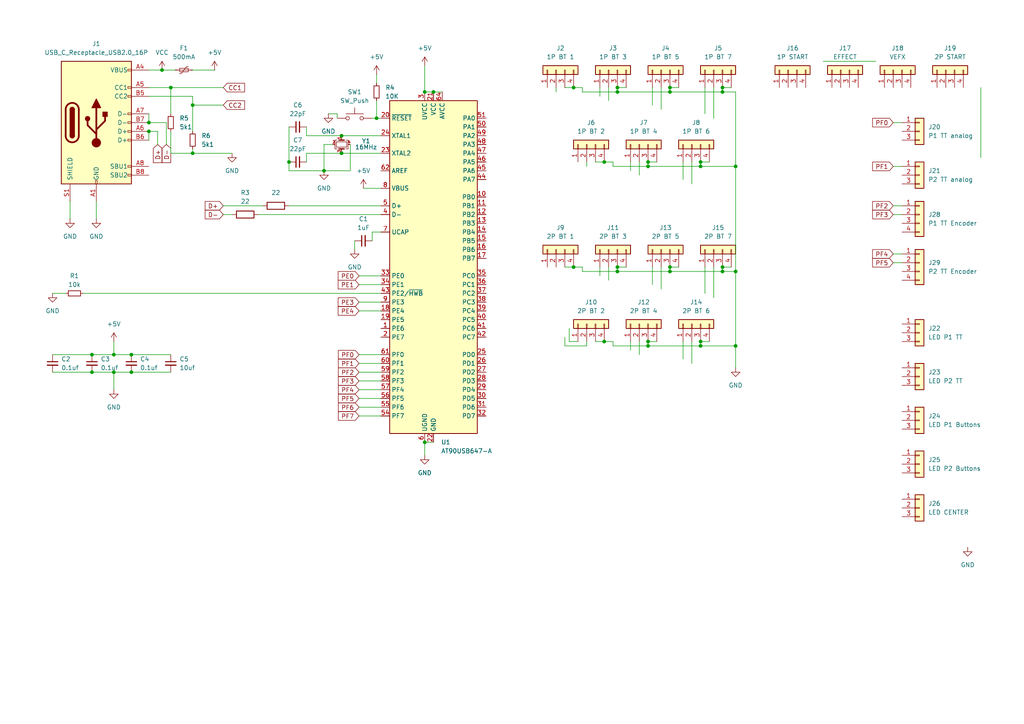
<source format=kicad_sch>
(kicad_sch (version 20231120) (generator "eeschema") (generator_version "8.0")
  (paper "A4")
  (lib_symbols
    (symbol "Connector:USB_C_Receptacle_USB2.0_16P" (pin_names (offset 1.016))
      (property "Reference" "J" (at 0 22.225 0))
      (property "Value" "USB_C_Receptacle_USB2.0_16P" (at 0 19.685 0))
      (symbol "USB_C_Receptacle_USB2.0_16P_0_0"
        (rectangle (start -0.254 -17.78) (end 0.254 -16.764))
        (rectangle (start 10.16 -14.986) (end 9.144 -15.494))
        (rectangle (start 10.16 -12.446) (end 9.144 -12.954))
        (rectangle (start 10.16 -4.826) (end 9.144 -5.334))
        (rectangle (start 10.16 -2.286) (end 9.144 -2.794))
        (rectangle (start 10.16 0.254) (end 9.144 -0.254))
        (rectangle (start 10.16 2.794) (end 9.144 2.286))
        (rectangle (start 10.16 7.874) (end 9.144 7.366))
        (rectangle (start 10.16 10.414) (end 9.144 9.906))
        (rectangle (start 10.16 15.494) (end 9.144 14.986))
      )
      (symbol "USB_C_Receptacle_USB2.0_16P_0_1"
        (rectangle (start -10.16 17.78) (end 10.16 -17.78) (stroke (width 0.254)) (fill (type background)))
        (arc (start -8.89 -3.81) (mid -6.985 -5.7067) (end -5.08 -3.81) (stroke (width 0.508)))
        (arc (start -7.62 -3.81) (mid -6.985 -4.4423) (end -6.35 -3.81) (stroke (width 0.254)))
        (arc (start -7.62 -3.81) (mid -6.985 -4.4423) (end -6.35 -3.81) (stroke (width 0.254)) (fill (type outline)))
        (rectangle (start -7.62 -3.81) (end -6.35 3.81) (stroke (width 0.254)) (fill (type outline)))
        (arc (start -6.35 3.81) (mid -6.985 4.4423) (end -7.62 3.81) (stroke (width 0.254)))
        (arc (start -6.35 3.81) (mid -6.985 4.4423) (end -7.62 3.81) (stroke (width 0.254)) (fill (type outline)))
        (arc (start -5.08 3.81) (mid -6.985 5.7067) (end -8.89 3.81) (stroke (width 0.508)))
        (circle (center -2.54 1.143) (radius 0.635) (stroke (width 0.254)) (fill (type outline)))
        (circle (center 0 -5.842) (radius 1.27) (fill (type outline)))
        (polyline (pts (xy -8.89 -3.81) (xy -8.89 3.81)) (stroke (width 0.508)))
        (polyline (pts (xy -5.08 3.81) (xy -5.08 -3.81)) (stroke (width 0.508)))
        (polyline (pts (xy 0 -5.842) (xy 0 4.318)) (stroke (width 0.508)))
        (polyline (pts (xy 0 -3.302) (xy -2.54 -0.762) (xy -2.54 0.508)) (stroke (width 0.508)))
        (polyline (pts (xy 0 -2.032) (xy 2.54 0.508) (xy 2.54 1.778)) (stroke (width 0.508)))
        (polyline (pts (xy -1.27 4.318) (xy 0 6.858) (xy 1.27 4.318) (xy -1.27 4.318)) (stroke (width 0.254)) (fill (type outline)))
        (rectangle (start 1.905 1.778) (end 3.175 3.048) (stroke (width 0.254)) (fill (type outline)))
      )
      (symbol "USB_C_Receptacle_USB2.0_16P_1_1"
        (pin passive line (at 0 -22.86 90) (length 5.08) (name "GND") (number "A1"))
        (pin passive line (at 0 -22.86 90) (length 5.08) hide (name "GND") (number "A12"))
        (pin passive line (at 15.24 15.24 180) (length 5.08) (name "VBUS") (number "A4"))
        (pin bidirectional line (at 15.24 10.16 180) (length 5.08) (name "CC1") (number "A5"))
        (pin bidirectional line (at 15.24 -2.54 180) (length 5.08) (name "D+") (number "A6"))
        (pin bidirectional line (at 15.24 2.54 180) (length 5.08) (name "D-") (number "A7"))
        (pin bidirectional line (at 15.24 -12.7 180) (length 5.08) (name "SBU1") (number "A8"))
        (pin passive line (at 15.24 15.24 180) (length 5.08) hide (name "VBUS") (number "A9"))
        (pin passive line (at 0 -22.86 90) (length 5.08) hide (name "GND") (number "B1"))
        (pin passive line (at 0 -22.86 90) (length 5.08) hide (name "GND") (number "B12"))
        (pin passive line (at 15.24 15.24 180) (length 5.08) hide (name "VBUS") (number "B4"))
        (pin bidirectional line (at 15.24 7.62 180) (length 5.08) (name "CC2") (number "B5"))
        (pin bidirectional line (at 15.24 -5.08 180) (length 5.08) (name "D+") (number "B6"))
        (pin bidirectional line (at 15.24 0 180) (length 5.08) (name "D-") (number "B7"))
        (pin bidirectional line (at 15.24 -15.24 180) (length 5.08) (name "SBU2") (number "B8"))
        (pin passive line (at 15.24 15.24 180) (length 5.08) hide (name "VBUS") (number "B9"))
        (pin passive line (at -7.62 -22.86 90) (length 5.08) (name "SHIELD") (number "S1"))
      )
    )
    (symbol "Connector_Generic:Conn_01x03" (pin_names (offset 1.016) hide)
      (property "Reference" "J" (at 0 5.08 0))
      (property "Value" "Conn_01x03" (at 0 -5.08 0))
      (symbol "Conn_01x03_1_1"
        (rectangle (start -1.27 -2.413) (end 0 -2.667) (stroke (width 0.1524)))
        (rectangle (start -1.27 0.127) (end 0 -0.127) (stroke (width 0.1524)))
        (rectangle (start -1.27 2.667) (end 0 2.413) (stroke (width 0.1524)))
        (rectangle (start -1.27 3.81) (end 1.27 -3.81) (stroke (width 0.254)) (fill (type background)))
        (pin passive line (at -5.08 2.54 0) (length 3.81) (name "Pin_1") (number "1"))
        (pin passive line (at -5.08 0 0) (length 3.81) (name "Pin_2") (number "2"))
        (pin passive line (at -5.08 -2.54 0) (length 3.81) (name "Pin_3") (number "3"))
      )
    )
    (symbol "Connector_Generic:Conn_01x04" (pin_names (offset 1.016) hide)
      (property "Reference" "J" (at 0 5.08 0))
      (property "Value" "Conn_01x04" (at 0 -7.62 0))
      (symbol "Conn_01x04_1_1"
        (rectangle (start -1.27 -4.953) (end 0 -5.207) (stroke (width 0.1524)))
        (rectangle (start -1.27 -2.413) (end 0 -2.667) (stroke (width 0.1524)))
        (rectangle (start -1.27 0.127) (end 0 -0.127) (stroke (width 0.1524)))
        (rectangle (start -1.27 2.667) (end 0 2.413) (stroke (width 0.1524)))
        (rectangle (start -1.27 3.81) (end 1.27 -6.35) (stroke (width 0.254)) (fill (type background)))
        (pin passive line (at -5.08 2.54 0) (length 3.81) (name "Pin_1") (number "1"))
        (pin passive line (at -5.08 0 0) (length 3.81) (name "Pin_2") (number "2"))
        (pin passive line (at -5.08 -2.54 0) (length 3.81) (name "Pin_3") (number "3"))
        (pin passive line (at -5.08 -5.08 0) (length 3.81) (name "Pin_4") (number "4"))
      )
    )
    (symbol "Device:C_Small" (pin_numbers hide) (pin_names (offset 0.254) hide)
      (property "Reference" "C" (at 0.254 1.778 0))
      (property "Value" "C_Small" (at 0.254 -2.032 0))
      (symbol "C_Small_0_1"
        (polyline (pts (xy -1.524 -0.508) (xy 1.524 -0.508)) (stroke (width 0.3302)))
        (polyline (pts (xy -1.524 0.508) (xy 1.524 0.508)) (stroke (width 0.3048)))
      )
      (symbol "C_Small_1_1"
        (pin passive line (at 0 2.54 270) (length 2.032) (name "~") (number "1"))
        (pin passive line (at 0 -2.54 90) (length 2.032) (name "~") (number "2"))
      )
    )
    (symbol "Device:Crystal_GND24_Small" (pin_names (offset 1.016) hide)
      (property "Reference" "Y" (at 1.27 4.445 0))
      (property "Value" "Crystal_GND24_Small" (at 1.27 2.54 0))
      (symbol "Crystal_GND24_Small_0_1"
        (rectangle (start -0.762 -1.524) (end 0.762 1.524))
        (polyline (pts (xy -1.27 -0.762) (xy -1.27 0.762)) (stroke (width 0.381)))
        (polyline (pts (xy 1.27 -0.762) (xy 1.27 0.762)) (stroke (width 0.381)))
        (polyline (pts (xy -1.27 -1.27) (xy -1.27 -1.905) (xy 1.27 -1.905) (xy 1.27 -1.27)))
        (polyline (pts (xy -1.27 1.27) (xy -1.27 1.905) (xy 1.27 1.905) (xy 1.27 1.27)))
      )
      (symbol "Crystal_GND24_Small_1_1"
        (pin passive line (at -2.54 0 0) (length 1.27) (name "1") (number "1"))
        (pin passive line (at 0 -2.54 90) (length 0.635) (name "2") (number "2"))
        (pin passive line (at 2.54 0 180) (length 1.27) (name "3") (number "3"))
        (pin passive line (at 0 2.54 270) (length 0.635) (name "4") (number "4"))
      )
    )
    (symbol "Device:Polyfuse_Small" (pin_numbers hide) (pin_names (offset 0))
      (property "Reference" "F" (at -1.905 0 90))
      (property "Value" "Polyfuse_Small" (at 1.905 0 90))
      (symbol "Polyfuse_Small_0_1"
        (rectangle (start -0.508 1.27) (end 0.508 -1.27))
        (polyline (pts (xy 0 2.54) (xy 0 -2.54)))
        (polyline (pts (xy -1.016 1.27) (xy -1.016 0.762) (xy 1.016 -0.762) (xy 1.016 -1.27)))
      )
      (symbol "Polyfuse_Small_1_1"
        (pin passive line (at 0 2.54 270) (length 0.635) (name "~") (number "1"))
        (pin passive line (at 0 -2.54 90) (length 0.635) (name "~") (number "2"))
      )
    )
    (symbol "Device:R" (pin_numbers hide) (pin_names (offset 0))
      (property "Reference" "R" (at 2.032 0 90))
      (property "Value" "R" (at 0 0 90))
      (symbol "R_0_1"
        (rectangle (start -1.016 -2.54) (end 1.016 2.54) (stroke (width 0.254)))
      )
      (symbol "R_1_1"
        (pin passive line (at 0 3.81 270) (length 1.27) (name "~") (number "1"))
        (pin passive line (at 0 -3.81 90) (length 1.27) (name "~") (number "2"))
      )
    )
    (symbol "Device:R_Small" (pin_numbers hide) (pin_names (offset 0.254) hide)
      (property "Reference" "R" (at 0.762 0.508 0))
      (property "Value" "R_Small" (at 0.762 -1.016 0))
      (symbol "R_Small_0_1"
        (rectangle (start -0.762 1.778) (end 0.762 -1.778) (stroke (width 0.2032)))
      )
      (symbol "R_Small_1_1"
        (pin passive line (at 0 2.54 270) (length 0.762) (name "~") (number "1"))
        (pin passive line (at 0 -2.54 90) (length 0.762) (name "~") (number "2"))
      )
    )
    (symbol "MCU_Microchip_AVR:AT90USB647-A"
      (property "Reference" "U" (at -12.7 49.53 0))
      (property "Value" "AT90USB647-A" (at 2.54 -49.53 0))
      (symbol "AT90USB647-A_0_1"
        (rectangle (start -12.7 -48.26) (end 12.7 48.26) (stroke (width 0.254)) (fill (type background)))
      )
      (symbol "AT90USB647-A_1_1"
        (pin bidirectional line (at -15.24 -17.78 0) (length 2.54) (name "PE6") (number "1"))
        (pin bidirectional line (at 15.24 20.32 180) (length 2.54) (name "PB0") (number "10"))
        (pin bidirectional line (at 15.24 17.78 180) (length 2.54) (name "PB1") (number "11"))
        (pin bidirectional line (at 15.24 15.24 180) (length 2.54) (name "PB2") (number "12"))
        (pin bidirectional line (at 15.24 12.7 180) (length 2.54) (name "PB3") (number "13"))
        (pin bidirectional line (at 15.24 10.16 180) (length 2.54) (name "PB4") (number "14"))
        (pin bidirectional line (at 15.24 7.62 180) (length 2.54) (name "PB5") (number "15"))
        (pin bidirectional line (at 15.24 5.08 180) (length 2.54) (name "PB6") (number "16"))
        (pin bidirectional line (at 15.24 2.54 180) (length 2.54) (name "PB7") (number "17"))
        (pin bidirectional line (at -15.24 -12.7 0) (length 2.54) (name "PE4") (number "18"))
        (pin bidirectional line (at -15.24 -15.24 0) (length 2.54) (name "PE5") (number "19"))
        (pin bidirectional line (at -15.24 -20.32 0) (length 2.54) (name "PE7") (number "2"))
        (pin input line (at -15.24 43.18 0) (length 2.54) (name "~{RESET}") (number "20"))
        (pin power_in line (at 0 50.8 270) (length 2.54) (name "VCC") (number "21"))
        (pin power_in line (at 0 -50.8 90) (length 2.54) (name "GND") (number "22"))
        (pin output line (at -15.24 33.02 0) (length 2.54) (name "XTAL2") (number "23"))
        (pin input line (at -15.24 38.1 0) (length 2.54) (name "XTAL1") (number "24"))
        (pin bidirectional line (at 15.24 -25.4 180) (length 2.54) (name "PD0") (number "25"))
        (pin bidirectional line (at 15.24 -27.94 180) (length 2.54) (name "PD1") (number "26"))
        (pin bidirectional line (at 15.24 -30.48 180) (length 2.54) (name "PD2") (number "27"))
        (pin bidirectional line (at 15.24 -33.02 180) (length 2.54) (name "PD3") (number "28"))
        (pin bidirectional line (at 15.24 -35.56 180) (length 2.54) (name "PD4") (number "29"))
        (pin power_in line (at -2.54 50.8 270) (length 2.54) (name "UVCC") (number "3"))
        (pin bidirectional line (at 15.24 -38.1 180) (length 2.54) (name "PD5") (number "30"))
        (pin bidirectional line (at 15.24 -40.64 180) (length 2.54) (name "PD6") (number "31"))
        (pin bidirectional line (at 15.24 -43.18 180) (length 2.54) (name "PD7") (number "32"))
        (pin bidirectional line (at -15.24 -2.54 0) (length 2.54) (name "PE0") (number "33"))
        (pin bidirectional line (at -15.24 -5.08 0) (length 2.54) (name "PE1") (number "34"))
        (pin bidirectional line (at 15.24 -2.54 180) (length 2.54) (name "PC0") (number "35"))
        (pin bidirectional line (at 15.24 -5.08 180) (length 2.54) (name "PC1") (number "36"))
        (pin bidirectional line (at 15.24 -7.62 180) (length 2.54) (name "PC2") (number "37"))
        (pin bidirectional line (at 15.24 -10.16 180) (length 2.54) (name "PC3") (number "38"))
        (pin bidirectional line (at 15.24 -12.7 180) (length 2.54) (name "PC4") (number "39"))
        (pin bidirectional line (at -15.24 15.24 0) (length 2.54) (name "D-") (number "4"))
        (pin bidirectional line (at 15.24 -15.24 180) (length 2.54) (name "PC5") (number "40"))
        (pin bidirectional line (at 15.24 -17.78 180) (length 2.54) (name "PC6") (number "41"))
        (pin bidirectional line (at 15.24 -20.32 180) (length 2.54) (name "PC7") (number "42"))
        (pin bidirectional line (at -15.24 -7.62 0) (length 2.54) (name "PE2/~{HWB}") (number "43"))
        (pin bidirectional line (at 15.24 25.4 180) (length 2.54) (name "PA7") (number "44"))
        (pin bidirectional line (at 15.24 27.94 180) (length 2.54) (name "PA6") (number "45"))
        (pin bidirectional line (at 15.24 30.48 180) (length 2.54) (name "PA5") (number "46"))
        (pin bidirectional line (at 15.24 33.02 180) (length 2.54) (name "PA4") (number "47"))
        (pin bidirectional line (at 15.24 35.56 180) (length 2.54) (name "PA3") (number "48"))
        (pin bidirectional line (at 15.24 38.1 180) (length 2.54) (name "PA2") (number "49"))
        (pin bidirectional line (at -15.24 17.78 0) (length 2.54) (name "D+") (number "5"))
        (pin bidirectional line (at 15.24 40.64 180) (length 2.54) (name "PA1") (number "50"))
        (pin bidirectional line (at 15.24 43.18 180) (length 2.54) (name "PA0") (number "51"))
        (pin passive line (at 0 50.8 270) (length 2.54) hide (name "VCC") (number "52"))
        (pin passive line (at 0 -50.8 90) (length 2.54) hide (name "GND") (number "53"))
        (pin bidirectional line (at -15.24 -43.18 0) (length 2.54) (name "PF7") (number "54"))
        (pin bidirectional line (at -15.24 -40.64 0) (length 2.54) (name "PF6") (number "55"))
        (pin bidirectional line (at -15.24 -38.1 0) (length 2.54) (name "PF5") (number "56"))
        (pin bidirectional line (at -15.24 -35.56 0) (length 2.54) (name "PF4") (number "57"))
        (pin bidirectional line (at -15.24 -33.02 0) (length 2.54) (name "PF3") (number "58"))
        (pin bidirectional line (at -15.24 -30.48 0) (length 2.54) (name "PF2") (number "59"))
        (pin power_in line (at -2.54 -50.8 90) (length 2.54) (name "UGND") (number "6"))
        (pin bidirectional line (at -15.24 -27.94 0) (length 2.54) (name "PF1") (number "60"))
        (pin bidirectional line (at -15.24 -25.4 0) (length 2.54) (name "PF0") (number "61"))
        (pin passive line (at -15.24 27.94 0) (length 2.54) (name "AREF") (number "62"))
        (pin passive line (at 0 -50.8 90) (length 2.54) hide (name "GND") (number "63"))
        (pin power_in line (at 2.54 50.8 270) (length 2.54) (name "AVCC") (number "64"))
        (pin passive line (at -15.24 10.16 0) (length 2.54) (name "UCAP") (number "7"))
        (pin input line (at -15.24 22.86 0) (length 2.54) (name "VBUS") (number "8"))
        (pin bidirectional line (at -15.24 -10.16 0) (length 2.54) (name "PE3") (number "9"))
      )
    )
    (symbol "Switch:SW_Push" (pin_numbers hide) (pin_names (offset 1.016) hide)
      (property "Reference" "SW" (at 1.27 2.54 0))
      (property "Value" "SW_Push" (at 0 -1.524 0))
      (symbol "SW_Push_0_1"
        (circle (center -2.032 0) (radius 0.508))
        (polyline (pts (xy 0 1.27) (xy 0 3.048)))
        (polyline (pts (xy 2.54 1.27) (xy -2.54 1.27)))
        (circle (center 2.032 0) (radius 0.508))
        (pin passive line (at -5.08 0 0) (length 2.54) (name "1") (number "1"))
        (pin passive line (at 5.08 0 180) (length 2.54) (name "2") (number "2"))
      )
    )
    (symbol "power:+5V" (power) (pin_numbers hide) (pin_names (offset 0) hide)
      (property "Value" "+5V" (at 0 3.556 0))
      (symbol "+5V_0_1"
        (polyline (pts (xy -0.762 1.27) (xy 0 2.54)))
        (polyline (pts (xy 0 0) (xy 0 2.54)))
        (polyline (pts (xy 0 2.54) (xy 0.762 1.27)))
      )
      (symbol "+5V_1_1"
        (pin power_in line (at 0 0 90) (length 0) (name "~") (number "1"))
      )
    )
    (symbol "power:GND" (power) (pin_numbers hide) (pin_names (offset 0) hide)
      (property "Value" "GND" (at 0 -3.81 0))
      (symbol "GND_0_1"
        (polyline (pts (xy 0 0) (xy 0 -1.27) (xy 1.27 -1.27) (xy 0 -2.54) (xy -1.27 -1.27) (xy 0 -1.27)))
      )
      (symbol "GND_1_1"
        (pin power_in line (at 0 0 270) (length 0) (name "~") (number "1"))
      )
    )
    (symbol "power:VCC" (power) (pin_numbers hide) (pin_names (offset 0) hide)
      (property "Value" "VCC" (at 0 3.556 0))
      (symbol "VCC_0_1"
        (polyline (pts (xy -0.762 1.27) (xy 0 2.54)))
        (polyline (pts (xy 0 0) (xy 0 2.54)))
        (polyline (pts (xy 0 2.54) (xy 0.762 1.27)))
      )
      (symbol "VCC_1_1"
        (pin power_in line (at 0 0 90) (length 0) (name "~") (number "1"))
      )
    )
  )
  (junction (at 203.2 99.06))
  (junction (at 99.06 39.37))
  (junction (at 43.18 38.1))
  (junction (at 187.96 48.26))
  (junction (at 209.55 78.74))
  (junction (at 213.36 78.74))
  (junction (at 55.88 44.45))
  (junction (at 175.26 99.06))
  (junction (at 209.55 77.47))
  (junction (at 83.82 46.99))
  (junction (at 203.2 100.33))
  (junction (at 125.73 26.67))
  (junction (at 123.19 26.67))
  (junction (at 26.67 102.87))
  (junction (at 194.31 77.47))
  (junction (at 166.37 77.47))
  (junction (at 209.55 26.67))
  (junction (at 179.07 78.74))
  (junction (at 213.36 100.33))
  (junction (at 99.06 44.45))
  (junction (at 46.99 20.32))
  (junction (at 33.02 107.95))
  (junction (at 179.07 77.47))
  (junction (at 109.22 34.29))
  (junction (at 55.88 30.48))
  (junction (at 33.02 102.87))
  (junction (at 49.53 25.4))
  (junction (at 179.07 26.67))
  (junction (at 43.18 35.56))
  (junction (at 166.37 25.4))
  (junction (at 213.36 48.26))
  (junction (at 203.2 46.99))
  (junction (at 194.31 26.67))
  (junction (at 194.31 25.4))
  (junction (at 187.96 46.99))
  (junction (at 26.67 107.95))
  (junction (at 123.19 128.27))
  (junction (at 175.26 46.99))
  (junction (at 179.07 25.4))
  (junction (at 187.96 100.33))
  (junction (at 209.55 25.4))
  (junction (at 93.98 49.53))
  (junction (at 38.1 107.95))
  (junction (at 203.2 48.26))
  (junction (at 187.96 99.06))
  (junction (at 194.31 78.74))
  (junction (at 38.1 102.87))
  (wire (pts (xy 99.06 44.45) (xy 88.9 44.45)))
  (wire (pts (xy 165.1 99.06) (xy 167.64 99.06)))
  (wire (pts (xy 177.8 48.26) (xy 187.96 48.26)))
  (wire (pts (xy 109.22 29.21) (xy 109.22 34.29)))
  (wire (pts (xy 64.77 59.69) (xy 76.2 59.69)))
  (wire (pts (xy 161.29 26.67) (xy 161.29 25.4)))
  (wire (pts (xy 55.88 30.48) (xy 55.88 38.1)))
  (wire (pts (xy 55.88 30.48) (xy 64.77 30.48)))
  (wire (pts (xy 104.14 107.95) (xy 110.49 107.95)))
  (wire (pts (xy 204.47 85.09) (xy 204.47 77.47)))
  (wire (pts (xy 179.07 77.47) (xy 181.61 77.47)))
  (wire (pts (xy 189.23 30.48) (xy 189.23 25.4)))
  (wire (pts (xy 187.96 99.06) (xy 187.96 100.33)))
  (wire (pts (xy 83.82 49.53) (xy 93.98 49.53)))
  (wire (pts (xy 109.22 21.59) (xy 109.22 24.13)))
  (wire (pts (xy 203.2 46.99) (xy 205.74 46.99)))
  (wire (pts (xy 64.77 62.23) (xy 67.31 62.23)))
  (wire (pts (xy 187.96 99.06) (xy 190.5 99.06)))
  (wire (pts (xy 209.55 77.47) (xy 212.09 77.47)))
  (wire (pts (xy 179.07 25.4) (xy 179.07 26.67)))
  (wire (pts (xy 55.88 43.18) (xy 55.88 44.45)))
  (wire (pts (xy 49.53 38.1) (xy 49.53 44.45)))
  (wire (pts (xy 259.08 48.26) (xy 261.62 48.26)))
  (wire (pts (xy 200.66 105.41) (xy 200.66 99.06)))
  (wire (pts (xy 99.06 39.37) (xy 110.49 39.37)))
  (wire (pts (xy 194.31 25.4) (xy 194.31 26.67)))
  (wire (pts (xy 198.12 52.07) (xy 198.12 46.99)))
  (wire (pts (xy 104.14 110.49) (xy 110.49 110.49)))
  (wire (pts (xy 194.31 25.4) (xy 196.85 25.4)))
  (wire (pts (xy 123.19 128.27) (xy 123.19 132.08)))
  (wire (pts (xy 107.95 34.29) (xy 109.22 34.29)))
  (wire (pts (xy 123.19 26.67) (xy 125.73 26.67)))
  (wire (pts (xy 194.31 26.67) (xy 209.55 26.67)))
  (wire (pts (xy 110.49 67.31) (xy 107.95 67.31)))
  (wire (pts (xy 200.66 53.34) (xy 200.66 46.99)))
  (wire (pts (xy 213.36 78.74) (xy 213.36 100.33)))
  (wire (pts (xy 55.88 20.32) (xy 62.23 20.32)))
  (wire (pts (xy 175.26 46.99) (xy 177.8 46.99)))
  (wire (pts (xy 176.53 81.28) (xy 176.53 77.47)))
  (wire (pts (xy 204.47 33.02) (xy 204.47 25.4)))
  (wire (pts (xy 55.88 44.45) (xy 67.31 44.45)))
  (wire (pts (xy 43.18 27.94) (xy 55.88 27.94)))
  (wire (pts (xy 203.2 99.06) (xy 205.74 99.06)))
  (wire (pts (xy 104.14 120.65) (xy 110.49 120.65)))
  (wire (pts (xy 179.07 78.74) (xy 194.31 78.74)))
  (wire (pts (xy 165.1 95.25) (xy 165.1 99.06)))
  (wire (pts (xy 83.82 46.99) (xy 83.82 49.53)))
  (wire (pts (xy 209.55 25.4) (xy 209.55 26.67)))
  (wire (pts (xy 123.19 19.05) (xy 123.19 26.67)))
  (wire (pts (xy 185.42 102.87) (xy 185.42 99.06)))
  (wire (pts (xy 88.9 39.37) (xy 88.9 36.83)))
  (wire (pts (xy 43.18 35.56) (xy 48.26 35.56)))
  (wire (pts (xy 33.02 99.06) (xy 33.02 102.87)))
  (wire (pts (xy 163.83 77.47) (xy 166.37 77.47)))
  (wire (pts (xy 166.37 77.47) (xy 168.91 77.47)))
  (wire (pts (xy 48.26 35.56) (xy 48.26 41.91)))
  (wire (pts (xy 15.24 107.95) (xy 26.67 107.95)))
  (wire (pts (xy 163.83 100.33) (xy 170.18 100.33)))
  (wire (pts (xy 46.99 20.32) (xy 50.8 20.32)))
  (wire (pts (xy 259.08 76.2) (xy 261.62 76.2)))
  (wire (pts (xy 179.07 25.4) (xy 181.61 25.4)))
  (wire (pts (xy 33.02 107.95) (xy 33.02 113.03)))
  (wire (pts (xy 168.91 25.4) (xy 168.91 26.67)))
  (wire (pts (xy 179.07 26.67) (xy 194.31 26.67)))
  (wire (pts (xy 83.82 36.83) (xy 83.82 46.99)))
  (wire (pts (xy 38.1 102.87) (xy 49.53 102.87)))
  (wire (pts (xy 33.02 102.87) (xy 38.1 102.87)))
  (wire (pts (xy 175.26 99.06) (xy 177.8 99.06)))
  (wire (pts (xy 168.91 78.74) (xy 179.07 78.74)))
  (wire (pts (xy 170.18 99.06) (xy 170.18 100.33)))
  (wire (pts (xy 99.06 39.37) (xy 88.9 39.37)))
  (wire (pts (xy 172.72 99.06) (xy 175.26 99.06)))
  (wire (pts (xy 209.55 26.67) (xy 213.36 26.67)))
  (wire (pts (xy 15.24 85.09) (xy 19.05 85.09)))
  (wire (pts (xy 177.8 99.06) (xy 177.8 100.33)))
  (wire (pts (xy 213.36 48.26) (xy 213.36 78.74)))
  (wire (pts (xy 104.14 105.41) (xy 110.49 105.41)))
  (wire (pts (xy 102.87 69.85) (xy 102.87 72.39)))
  (wire (pts (xy 209.55 77.47) (xy 209.55 78.74)))
  (wire (pts (xy 45.72 38.1) (xy 45.72 41.91)))
  (wire (pts (xy 49.53 25.4) (xy 49.53 33.02)))
  (wire (pts (xy 284.48 25.4) (xy 284.48 45.72)))
  (wire (pts (xy 33.02 102.87) (xy 26.67 102.87)))
  (wire (pts (xy 43.18 33.02) (xy 43.18 35.56)))
  (wire (pts (xy 209.55 25.4) (xy 212.09 25.4)))
  (wire (pts (xy 109.22 34.29) (xy 110.49 34.29)))
  (wire (pts (xy 259.08 59.69) (xy 261.62 59.69)))
  (wire (pts (xy 27.94 58.42) (xy 27.94 63.5)))
  (wire (pts (xy 104.14 118.11) (xy 110.49 118.11)))
  (wire (pts (xy 194.31 78.74) (xy 209.55 78.74)))
  (wire (pts (xy 83.82 59.69) (xy 110.49 59.69)))
  (wire (pts (xy 213.36 26.67) (xy 213.36 48.26)))
  (wire (pts (xy 163.83 25.4) (xy 166.37 25.4)))
  (wire (pts (xy 26.67 102.87) (xy 15.24 102.87)))
  (wire (pts (xy 259.08 35.56) (xy 261.62 35.56)))
  (wire (pts (xy 163.83 97.79) (xy 163.83 100.33)))
  (wire (pts (xy 96.52 41.91) (xy 93.98 41.91)))
  (wire (pts (xy 177.8 46.99) (xy 177.8 48.26)))
  (wire (pts (xy 189.23 82.55) (xy 189.23 77.47)))
  (wire (pts (xy 104.14 87.63) (xy 110.49 87.63)))
  (wire (pts (xy 173.99 77.47) (xy 173.99 80.01)))
  (wire (pts (xy 207.01 34.29) (xy 207.01 25.4)))
  (wire (pts (xy 33.02 107.95) (xy 38.1 107.95)))
  (wire (pts (xy 107.95 67.31) (xy 107.95 69.85)))
  (wire (pts (xy 172.72 46.99) (xy 175.26 46.99)))
  (wire (pts (xy 198.12 104.14) (xy 198.12 99.06)))
  (wire (pts (xy 104.14 82.55) (xy 110.49 82.55)))
  (wire (pts (xy 191.77 83.82) (xy 191.77 77.47)))
  (wire (pts (xy 55.88 27.94) (xy 55.88 30.48)))
  (wire (pts (xy 43.18 38.1) (xy 45.72 38.1)))
  (wire (pts (xy 38.1 107.95) (xy 49.53 107.95)))
  (wire (pts (xy 259.08 73.66) (xy 261.62 73.66)))
  (wire (pts (xy 88.9 44.45) (xy 88.9 46.99)))
  (wire (pts (xy 209.55 78.74) (xy 213.36 78.74)))
  (wire (pts (xy 259.08 62.23) (xy 261.62 62.23)))
  (wire (pts (xy 104.14 115.57) (xy 110.49 115.57)))
  (wire (pts (xy 203.2 48.26) (xy 213.36 48.26)))
  (wire (pts (xy 168.91 77.47) (xy 168.91 78.74)))
  (wire (pts (xy 170.18 48.26) (xy 170.18 46.99)))
  (wire (pts (xy 49.53 25.4) (xy 64.77 25.4)))
  (wire (pts (xy 168.91 26.67) (xy 179.07 26.67)))
  (wire (pts (xy 182.88 49.53) (xy 182.88 46.99)))
  (wire (pts (xy 166.37 25.4) (xy 168.91 25.4)))
  (wire (pts (xy 101.6 41.91) (xy 101.6 49.53)))
  (wire (pts (xy 207.01 86.36) (xy 207.01 77.47)))
  (wire (pts (xy 182.88 101.6) (xy 182.88 99.06)))
  (wire (pts (xy 26.67 107.95) (xy 33.02 107.95)))
  (wire (pts (xy 104.14 90.17) (xy 110.49 90.17)))
  (wire (pts (xy 213.36 100.33) (xy 213.36 106.68)))
  (wire (pts (xy 176.53 29.21) (xy 176.53 25.4)))
  (wire (pts (xy 187.96 46.99) (xy 190.5 46.99)))
  (wire (pts (xy 43.18 20.32) (xy 46.99 20.32)))
  (wire (pts (xy 194.31 77.47) (xy 196.85 77.47)))
  (wire (pts (xy 97.79 34.29) (xy 97.79 33.02)))
  (wire (pts (xy 93.98 41.91) (xy 93.98 49.53)))
  (wire (pts (xy 203.2 99.06) (xy 203.2 100.33)))
  (wire (pts (xy 173.99 27.94) (xy 173.99 25.4)))
  (wire (pts (xy 20.32 58.42) (xy 20.32 63.5)))
  (wire (pts (xy 104.14 80.01) (xy 110.49 80.01)))
  (wire (pts (xy 191.77 31.75) (xy 191.77 25.4)))
  (wire (pts (xy 238.76 17.78) (xy 254 17.78)))
  (wire (pts (xy 74.93 62.23) (xy 110.49 62.23)))
  (wire (pts (xy 43.18 25.4) (xy 49.53 25.4)))
  (wire (pts (xy 24.13 85.09) (xy 110.49 85.09)))
  (wire (pts (xy 101.6 49.53) (xy 93.98 49.53)))
  (wire (pts (xy 203.2 46.99) (xy 203.2 48.26)))
  (wire (pts (xy 185.42 46.99) (xy 185.42 50.8)))
  (wire (pts (xy 43.18 38.1) (xy 43.18 40.64)))
  (wire (pts (xy 105.41 54.61) (xy 110.49 54.61)))
  (wire (pts (xy 49.53 44.45) (xy 55.88 44.45)))
  (wire (pts (xy 99.06 44.45) (xy 110.49 44.45)))
  (wire (pts (xy 125.73 26.67) (xy 128.27 26.67)))
  (wire (pts (xy 194.31 77.47) (xy 194.31 78.74)))
  (wire (pts (xy 104.14 113.03) (xy 110.49 113.03)))
  (wire (pts (xy 179.07 77.47) (xy 179.07 78.74)))
  (wire (pts (xy 123.19 128.27) (xy 125.73 128.27)))
  (wire (pts (xy 177.8 100.33) (xy 187.96 100.33)))
  (wire (pts (xy 187.96 48.26) (xy 203.2 48.26)))
  (wire (pts (xy 203.2 100.33) (xy 213.36 100.33)))
  (wire (pts (xy 104.14 102.87) (xy 110.49 102.87)))
  (wire (pts (xy 187.96 100.33) (xy 203.2 100.33)))
  (wire (pts (xy 97.79 33.02) (xy 95.25 33.02)))
  (wire (pts (xy 187.96 46.99) (xy 187.96 48.26)))
  (global_label "D-" (shape input) (at 48.26 41.91 270) (property "Intersheetrefs" "${INTERSHEET_REFS}" (effects (hide yes))))
  (global_label "PF0" (shape input) (at 259.08 35.56 180) (property "Intersheetrefs" "${INTERSHEET_REFS}" (effects (hide yes))))
  (global_label "PE3" (shape input) (at 104.14 87.63 180) (property "Intersheetrefs" "${INTERSHEET_REFS}" (effects (hide yes))))
  (global_label "PE0" (shape input) (at 104.14 80.01 180) (property "Intersheetrefs" "${INTERSHEET_REFS}" (effects (hide yes))))
  (global_label "D+" (shape input) (at 64.77 59.69 180) (property "Intersheetrefs" "${INTERSHEET_REFS}" (effects (hide yes))))
  (global_label "PF5" (shape input) (at 104.14 115.57 180) (property "Intersheetrefs" "${INTERSHEET_REFS}" (effects (hide yes))))
  (global_label "PE4" (shape input) (at 104.14 90.17 180) (property "Intersheetrefs" "${INTERSHEET_REFS}" (effects (hide yes))))
  (global_label "PF2" (shape input) (at 104.14 107.95 180) (property "Intersheetrefs" "${INTERSHEET_REFS}" (effects (hide yes))))
  (global_label "PF2" (shape input) (at 259.08 59.69 180) (property "Intersheetrefs" "${INTERSHEET_REFS}" (effects (hide yes))))
  (global_label "PF0" (shape input) (at 104.14 102.87 180) (property "Intersheetrefs" "${INTERSHEET_REFS}" (effects (hide yes))))
  (global_label "PF3" (shape input) (at 104.14 110.49 180) (property "Intersheetrefs" "${INTERSHEET_REFS}" (effects (hide yes))))
  (global_label "PF3" (shape input) (at 259.08 62.23 180) (property "Intersheetrefs" "${INTERSHEET_REFS}" (effects (hide yes))))
  (global_label "PF4" (shape input) (at 104.14 113.03 180) (property "Intersheetrefs" "${INTERSHEET_REFS}" (effects (hide yes))))
  (global_label "D-" (shape input) (at 64.77 62.23 180) (property "Intersheetrefs" "${INTERSHEET_REFS}" (effects (hide yes))))
  (global_label "PF6" (shape input) (at 104.14 118.11 180) (property "Intersheetrefs" "${INTERSHEET_REFS}" (effects (hide yes))))
  (global_label "CC1" (shape input) (at 64.77 25.4 0) (property "Intersheetrefs" "${INTERSHEET_REFS}" (effects (hide yes))))
  (global_label "PF5" (shape input) (at 259.08 76.2 180) (property "Intersheetrefs" "${INTERSHEET_REFS}" (effects (hide yes))))
  (global_label "PF4" (shape input) (at 259.08 73.66 180) (property "Intersheetrefs" "${INTERSHEET_REFS}" (effects (hide yes))))
  (global_label "D+" (shape input) (at 45.72 41.91 270) (property "Intersheetrefs" "${INTERSHEET_REFS}" (effects (hide yes))))
  (global_label "PF7" (shape input) (at 104.14 120.65 180) (property "Intersheetrefs" "${INTERSHEET_REFS}" (effects (hide yes))))
  (global_label "CC2" (shape input) (at 64.77 30.48 0) (property "Intersheetrefs" "${INTERSHEET_REFS}" (effects (hide yes))))
  (global_label "PE1" (shape input) (at 104.14 82.55 180) (property "Intersheetrefs" "${INTERSHEET_REFS}" (effects (hide yes))))
  (global_label "PF1" (shape input) (at 104.14 105.41 180) (property "Intersheetrefs" "${INTERSHEET_REFS}" (effects (hide yes))))
  (global_label "PF1" (shape input) (at 259.08 48.26 180) (property "Intersheetrefs" "${INTERSHEET_REFS}" (effects (hide yes))))
  (symbol (lib_id "power:+5V") (at 33.02 99.06 0) (unit 1)
    (property "Reference" "#PWR05" (effects (hide yes)))
    (property "Value" "+5V" (at 33.02 93.98 0))
    (property "Description" "Power symbol creates a global label with name \"+5V\"" (effects (hide yes)))
  )
  (symbol (lib_id "power:+5V") (at 109.22 21.59 0) (unit 1)
    (property "Reference" "#PWR010" (effects (hide yes)))
    (property "Value" "+5V" (at 109.22 16.51 0))
    (property "Description" "Power symbol creates a global label with name \"+5V\"" (effects (hide yes)))
  )
  (symbol (lib_id "power:GND") (at 20.32 63.5 0) (unit 1)
    (property "Reference" "#PWR014" (effects (hide yes)))
    (property "Value" "GND" (at 20.32 68.58 0))
    (property "Description" "Power symbol creates a global label with name \"GND\" , ground" (effects (hide yes)))
  )
  (symbol (lib_id "Connector_Generic:Conn_01x03") (at 266.7 147.32 0) (unit 1)
    (property "Reference" "J26" (at 269.24 146.0499 0) (effects (justify left)))
    (property "Value" "LED CENTER" (at 269.24 148.5899 0) (effects (justify left)))
    (property "Footprint" "Connector_JST:JST_XH_B3B-XH-AM_1x03_P2.50mm_Vertical" (effects (hide yes)))
    (property "Description" "Generic connector, single row, 01x03, script generated (kicad-library-utils/schlib/autogen/connector/)" (effects (hide yes)))
  )
  (symbol (lib_id "power:VCC") (at 46.99 20.32 0) (unit 1)
    (property "Reference" "#PWR011" (effects (hide yes)))
    (property "Value" "VCC" (at 46.99 15.24 0))
    (property "Description" "Power symbol creates a global label with name \"VCC\"" (effects (hide yes)))
  )
  (symbol (lib_id "Connector_Generic:Conn_01x04") (at 170.18 93.98 90) (unit 1)
    (property "Reference" "J10" (at 171.45 87.63 90))
    (property "Value" "2P BT 2" (at 171.45 90.17 90))
    (property "Footprint" "Connector_JST:JST_XH_B4B-XH-AM_1x04_P2.50mm_Vertical" (effects (hide yes)))
    (property "Description" "Generic connector, single row, 01x04, script generated (kicad-library-utils/schlib/autogen/connector/)" (effects (hide yes)))
  )
  (symbol (lib_id "Connector_Generic:Conn_01x04") (at 228.6 20.32 90) (unit 1)
    (property "Reference" "J16" (at 229.87 13.97 90))
    (property "Value" "1P START" (at 229.87 16.51 90))
    (property "Footprint" "Connector_JST:JST_XH_B4B-XH-AM_1x04_P2.50mm_Vertical" (effects (hide yes)))
    (property "Description" "Generic connector, single row, 01x04, script generated (kicad-library-utils/schlib/autogen/connector/)" (effects (hide yes)))
  )
  (symbol (lib_id "Connector_Generic:Conn_01x04") (at 200.66 41.91 90) (unit 1)
    (property "Reference" "J8" (at 201.93 35.56 90))
    (property "Value" "1P BT 6" (at 201.93 38.1 90))
    (property "Footprint" "Connector_JST:JST_XH_B4B-XH-AM_1x04_P2.50mm_Vertical" (effects (hide yes)))
    (property "Description" "Generic connector, single row, 01x04, script generated (kicad-library-utils/schlib/autogen/connector/)" (effects (hide yes)))
  )
  (symbol (lib_id "power:+5V") (at 105.41 54.61 0) (unit 1)
    (property "Reference" "#PWR07" (effects (hide yes)))
    (property "Value" "+5V" (at 105.41 49.53 0))
    (property "Description" "Power symbol creates a global label with name \"+5V\"" (effects (hide yes)))
  )
  (symbol (lib_id "Device:Crystal_GND24_Small") (at 99.06 41.91 270) (unit 1)
    (property "Reference" "Y1" (at 106.172 40.894 90))
    (property "Value" "16MHz" (at 106.172 42.672 90))
    (property "Footprint" "Crystal:Crystal_SMD_3225-4Pin_3.2x2.5mm" (effects (hide yes)))
    (property "Description" "Four pin crystal, GND on pins 2 and 4, small symbol" (effects (hide yes)))
  )
  (symbol (lib_id "Connector_Generic:Conn_01x04") (at 161.29 20.32 90) (unit 1)
    (property "Reference" "J2" (at 162.56 13.97 90))
    (property "Value" "1P BT 1" (at 162.56 16.51 90))
    (property "Footprint" "Connector_JST:JST_XH_B4B-XH-AM_1x04_P2.50mm_Vertical" (effects (hide yes)))
    (property "Description" "Generic connector, single row, 01x04, script generated (kicad-library-utils/schlib/autogen/connector/)" (effects (hide yes)))
  )
  (symbol (lib_id "Connector:USB_C_Receptacle_USB2.0_16P") (at 27.94 35.56 0) (unit 1)
    (property "Reference" "J1" (at 27.94 12.7 0))
    (property "Value" "USB_C_Receptacle_USB2.0_16P" (at 27.94 15.24 0))
    (property "Footprint" "Connector_USB:USB_C_Receptacle_HRO_TYPE-C-31-M-12" (effects (hide yes)))
    (property "Datasheet" "https://www.usb.org/sites/default/files/documents/usb_type-c.zip" (effects (hide yes)))
    (property "Description" "USB 2.0-only 16P Type-C Receptacle connector" (effects (hide yes)))
  )
  (symbol (lib_id "Device:C_Small") (at 15.24 105.41 0) (unit 1)
    (property "Reference" "C2" (at 17.78 104.1462 0) (effects (justify left)))
    (property "Value" "0.1uf" (at 17.78 106.6862 0) (effects (justify left)))
    (property "Footprint" "Capacitor_SMD:C_0805_2012Metric" (effects (hide yes)))
    (property "Description" "Unpolarized capacitor, small symbol" (effects (hide yes)))
  )
  (symbol (lib_id "Connector_Generic:Conn_01x03") (at 266.7 121.92 0) (unit 1)
    (property "Reference" "J24" (at 269.24 120.6499 0) (effects (justify left)))
    (property "Value" "LED P1 Buttons" (at 269.24 123.1899 0) (effects (justify left)))
    (property "Footprint" "Connector_JST:JST_XH_B3B-XH-AM_1x03_P2.50mm_Vertical" (effects (hide yes)))
    (property "Description" "Generic connector, single row, 01x03, script generated (kicad-library-utils/schlib/autogen/connector/)" (effects (hide yes)))
  )
  (symbol (lib_id "power:GND") (at 93.98 49.53 0) (unit 1)
    (property "Reference" "#PWR08" (effects (hide yes)))
    (property "Value" "GND" (at 93.98 54.61 0))
    (property "Description" "Power symbol creates a global label with name \"GND\" , ground" (effects (hide yes)))
  )
  (symbol (lib_id "Connector_Generic:Conn_01x04") (at 274.32 20.32 90) (unit 1)
    (property "Reference" "J19" (at 275.59 13.97 90))
    (property "Value" "2P START" (at 275.59 16.51 90))
    (property "Footprint" "Connector_JST:JST_XH_B4B-XH-AM_1x04_P2.50mm_Vertical" (effects (hide yes)))
    (property "Description" "Generic connector, single row, 01x04, script generated (kicad-library-utils/schlib/autogen/connector/)" (effects (hide yes)))
  )
  (symbol (lib_id "Connector_Generic:Conn_01x04") (at 170.18 41.91 90) (unit 1)
    (property "Reference" "J6" (at 171.45 35.56 90))
    (property "Value" "1P BT 2" (at 171.45 38.1 90))
    (property "Footprint" "Connector_JST:JST_XH_B4B-XH-AM_1x04_P2.50mm_Vertical" (effects (hide yes)))
    (property "Description" "Generic connector, single row, 01x04, script generated (kicad-library-utils/schlib/autogen/connector/)" (effects (hide yes)))
  )
  (symbol (lib_id "Connector_Generic:Conn_01x04") (at 243.84 20.32 90) (unit 1)
    (property "Reference" "J17" (at 245.11 13.97 90))
    (property "Value" "EFFECT" (at 245.11 16.51 90))
    (property "Footprint" "Connector_JST:JST_XH_B4B-XH-AM_1x04_P2.50mm_Vertical" (effects (hide yes)))
    (property "Description" "Generic connector, single row, 01x04, script generated (kicad-library-utils/schlib/autogen/connector/)" (effects (hide yes)))
  )
  (symbol (lib_id "Connector_Generic:Conn_01x04") (at 191.77 72.39 90) (unit 1)
    (property "Reference" "J13" (at 193.04 66.04 90))
    (property "Value" "2P BT 5" (at 193.04 68.58 90))
    (property "Footprint" "Connector_JST:JST_XH_B4B-XH-AM_1x04_P2.50mm_Vertical" (effects (hide yes)))
    (property "Description" "Generic connector, single row, 01x04, script generated (kicad-library-utils/schlib/autogen/connector/)" (effects (hide yes)))
  )
  (symbol (lib_id "Connector_Generic:Conn_01x04") (at 207.01 20.32 90) (unit 1)
    (property "Reference" "J5" (at 208.28 13.97 90))
    (property "Value" "1P BT 7" (at 208.28 16.51 90))
    (property "Footprint" "Connector_JST:JST_XH_B4B-XH-AM_1x04_P2.50mm_Vertical" (effects (hide yes)))
    (property "Description" "Generic connector, single row, 01x04, script generated (kicad-library-utils/schlib/autogen/connector/)" (effects (hide yes)))
  )
  (symbol (lib_id "Device:R_Small") (at 21.59 85.09 270) (unit 1)
    (property "Reference" "R1" (at 21.59 80.01 90))
    (property "Value" "10k" (at 21.59 82.55 90))
    (property "Footprint" "Resistor_SMD:R_0805_2012Metric" (effects (hide yes)))
    (property "Description" "Resistor, small symbol" (effects (hide yes)))
  )
  (symbol (lib_id "Connector_Generic:Conn_01x03") (at 266.7 38.1 0) (unit 1)
    (property "Reference" "J20" (at 269.24 36.8299 0) (effects (justify left)))
    (property "Value" "P1 TT analog" (at 269.24 39.3699 0) (effects (justify left)))
    (property "Footprint" "Connector_JST:JST_XH_B3B-XH-AM_1x03_P2.50mm_Vertical" (effects (hide yes)))
    (property "Description" "Generic connector, single row, 01x03, script generated (kicad-library-utils/schlib/autogen/connector/)" (effects (hide yes)))
  )
  (symbol (lib_id "MCU_Microchip_AVR:AT90USB647-A") (at 125.73 77.47 0) (unit 1)
    (property "Reference" "U1" (at 127.9241 128.27 0) (effects (justify left)))
    (property "Value" "AT90USB647-A" (at 127.9241 130.81 0) (effects (justify left)))
    (property "Footprint" "Package_QFP:TQFP-64_14x14mm_P0.8mm" (effects (hide yes)))
    (property "Datasheet" "http://ww1.microchip.com/downloads/en/DeviceDoc/doc7593.pdf" (effects (hide yes)))
    (property "Description" "16MHz, 64kB Flash, 4kB SRAM, 2kB EEPROM, USB 2.0 OTG, TQFP-64" (effects (hide yes)))
  )
  (symbol (lib_id "Connector_Generic:Conn_01x04") (at 259.08 20.32 90) (unit 1)
    (property "Reference" "J18" (at 260.35 13.97 90))
    (property "Value" "VEFX" (at 260.35 16.51 90))
    (property "Footprint" "Connector_JST:JST_XH_B4B-XH-AM_1x04_P2.50mm_Vertical" (effects (hide yes)))
    (property "Description" "Generic connector, single row, 01x04, script generated (kicad-library-utils/schlib/autogen/connector/)" (effects (hide yes)))
  )
  (symbol (lib_id "Connector_Generic:Conn_01x04") (at 207.01 72.39 90) (unit 1)
    (property "Reference" "J15" (at 208.28 66.04 90))
    (property "Value" "2P BT 7" (at 208.28 68.58 90))
    (property "Footprint" "Connector_JST:JST_XH_B4B-XH-AM_1x04_P2.50mm_Vertical" (effects (hide yes)))
    (property "Description" "Generic connector, single row, 01x04, script generated (kicad-library-utils/schlib/autogen/connector/)" (effects (hide yes)))
  )
  (symbol (lib_id "power:GND") (at 213.36 106.68 0) (unit 1)
    (property "Reference" "#PWR016" (effects (hide yes)))
    (property "Value" "GND" (at 213.36 111.76 0))
    (property "Description" "Power symbol creates a global label with name \"GND\" , ground" (effects (hide yes)))
  )
  (symbol (lib_id "Device:C_Small") (at 86.36 36.83 90) (unit 1)
    (property "Reference" "C6" (at 86.3663 30.48 90))
    (property "Value" "22pF" (at 86.3663 33.02 90))
    (property "Footprint" "Capacitor_SMD:C_0805_2012Metric" (effects (hide yes)))
    (property "Description" "Unpolarized capacitor, small symbol" (effects (hide yes)))
  )
  (symbol (lib_id "Device:R_Small") (at 49.53 35.56 0) (unit 1)
    (property "Reference" "R5" (at 52.07 34.2899 0) (effects (justify left)))
    (property "Value" "5k1" (at 52.07 36.8299 0) (effects (justify left)))
    (property "Footprint" "Resistor_SMD:R_0805_2012Metric" (effects (hide yes)))
    (property "Description" "Resistor, small symbol" (effects (hide yes)))
  )
  (symbol (lib_id "power:GND") (at 102.87 72.39 0) (unit 1)
    (property "Reference" "#PWR04" (effects (hide yes)))
    (property "Value" "GND" (at 102.87 77.47 0))
    (property "Description" "Power symbol creates a global label with name \"GND\" , ground" (effects (hide yes)))
  )
  (symbol (lib_id "power:GND") (at 280.67 158.75 0) (unit 1)
    (property "Reference" "#PWR017" (effects (hide yes)))
    (property "Value" "GND" (at 280.67 163.83 0))
    (property "Description" "Power symbol creates a global label with name \"GND\" , ground" (effects (hide yes)))
  )
  (symbol (lib_id "Device:R_Small") (at 109.22 26.67 0) (unit 1)
    (property "Reference" "R4" (at 111.76 25.3999 0) (effects (justify left)))
    (property "Value" "10K" (at 111.76 27.9399 0) (effects (justify left)))
    (property "Footprint" "Resistor_SMD:R_0805_2012Metric" (effects (hide yes)))
    (property "Description" "Resistor, small symbol" (effects (hide yes)))
  )
  (symbol (lib_id "Device:C_Small") (at 105.41 69.85 90) (unit 1)
    (property "Reference" "C1" (at 105.4163 63.5 90))
    (property "Value" "1uF" (at 105.4163 66.04 90))
    (property "Footprint" "Capacitor_SMD:C_0805_2012Metric" (effects (hide yes)))
    (property "Description" "Unpolarized capacitor, small symbol" (effects (hide yes)))
  )
  (symbol (lib_id "power:GND") (at 33.02 113.03 0) (unit 1)
    (property "Reference" "#PWR06" (effects (hide yes)))
    (property "Value" "GND" (at 33.02 118.11 0))
    (property "Description" "Power symbol creates a global label with name \"GND\" , ground" (effects (hide yes)))
  )
  (symbol (lib_id "Device:C_Small") (at 86.36 46.99 90) (unit 1)
    (property "Reference" "C7" (at 86.3663 40.64 90))
    (property "Value" "22pF" (at 86.3663 43.18 90))
    (property "Footprint" "Capacitor_SMD:C_0805_2012Metric" (effects (hide yes)))
    (property "Description" "Unpolarized capacitor, small symbol" (effects (hide yes)))
  )
  (symbol (lib_id "Device:C_Small") (at 26.67 105.41 0) (unit 1)
    (property "Reference" "C3" (at 29.21 104.1462 0) (effects (justify left)))
    (property "Value" "0.1uf" (at 29.21 106.6862 0) (effects (justify left)))
    (property "Footprint" "Capacitor_SMD:C_0805_2012Metric" (effects (hide yes)))
    (property "Description" "Unpolarized capacitor, small symbol" (effects (hide yes)))
  )
  (symbol (lib_id "Connector_Generic:Conn_01x04") (at 161.29 72.39 90) (unit 1)
    (property "Reference" "J9" (at 162.56 66.04 90))
    (property "Value" "2P BT 1" (at 162.56 68.58 90))
    (property "Footprint" "Connector_JST:JST_XH_B4B-XH-AM_1x04_P2.50mm_Vertical" (effects (hide yes)))
    (property "Description" "Generic connector, single row, 01x04, script generated (kicad-library-utils/schlib/autogen/connector/)" (effects (hide yes)))
  )
  (symbol (lib_id "Connector_Generic:Conn_01x04") (at 185.42 41.91 90) (unit 1)
    (property "Reference" "J7" (at 186.69 35.56 90))
    (property "Value" "1P BT 4" (at 186.69 38.1 90))
    (property "Footprint" "Connector_JST:JST_XH_B4B-XH-AM_1x04_P2.50mm_Vertical" (effects (hide yes)))
    (property "Description" "Generic connector, single row, 01x04, script generated (kicad-library-utils/schlib/autogen/connector/)" (effects (hide yes)))
  )
  (symbol (lib_id "power:+5V") (at 123.19 19.05 0) (unit 1)
    (property "Reference" "#PWR01" (effects (hide yes)))
    (property "Value" "+5V" (at 123.19 13.97 0))
    (property "Description" "Power symbol creates a global label with name \"+5V\"" (effects (hide yes)))
  )
  (symbol (lib_id "Device:Polyfuse_Small") (at 53.34 20.32 90) (unit 1)
    (property "Reference" "F1" (at 53.34 13.97 90))
    (property "Value" "500mA" (at 53.34 16.51 90))
    (property "Footprint" "Fuse:Fuse_1206_3216Metric" (effects (hide yes)))
    (property "Description" "Resettable fuse, polymeric positive temperature coefficient, small symbol" (effects (hide yes)))
  )
  (symbol (lib_id "Connector_Generic:Conn_01x04") (at 176.53 72.39 90) (unit 1)
    (property "Reference" "J11" (at 177.8 66.04 90))
    (property "Value" "2P BT 3" (at 177.8 68.58 90))
    (property "Footprint" "Connector_JST:JST_XH_B4B-XH-AM_1x04_P2.50mm_Vertical" (effects (hide yes)))
    (property "Description" "Generic connector, single row, 01x04, script generated (kicad-library-utils/schlib/autogen/connector/)" (effects (hide yes)))
  )
  (symbol (lib_id "Connector_Generic:Conn_01x04") (at 185.42 93.98 90) (unit 1)
    (property "Reference" "J12" (at 186.69 87.63 90))
    (property "Value" "2P BT 4" (at 186.69 90.17 90))
    (property "Footprint" "Connector_JST:JST_XH_B4B-XH-AM_1x04_P2.50mm_Vertical" (effects (hide yes)))
    (property "Description" "Generic connector, single row, 01x04, script generated (kicad-library-utils/schlib/autogen/connector/)" (effects (hide yes)))
  )
  (symbol (lib_id "power:GND") (at 95.25 33.02 0) (unit 1)
    (property "Reference" "#PWR09" (effects (hide yes)))
    (property "Value" "GND" (at 95.25 38.1 0))
    (property "Description" "Power symbol creates a global label with name \"GND\" , ground" (effects (hide yes)))
  )
  (symbol (lib_id "Device:C_Small") (at 38.1 105.41 0) (unit 1)
    (property "Reference" "C4" (at 40.64 104.1462 0) (effects (justify left)))
    (property "Value" "0.1uf" (at 40.64 106.6862 0) (effects (justify left)))
    (property "Footprint" "Capacitor_SMD:C_0805_2012Metric" (effects (hide yes)))
    (property "Description" "Unpolarized capacitor, small symbol" (effects (hide yes)))
  )
  (symbol (lib_id "power:+5V") (at 62.23 20.32 0) (unit 1)
    (property "Reference" "#PWR012" (effects (hide yes)))
    (property "Value" "+5V" (at 62.23 15.24 0))
    (property "Description" "Power symbol creates a global label with name \"+5V\"" (effects (hide yes)))
  )
  (symbol (lib_id "Connector_Generic:Conn_01x04") (at 266.7 62.23 0) (unit 1)
    (property "Reference" "J28" (at 269.24 62.2299 0) (effects (justify left)))
    (property "Value" "P1 TT Encoder" (at 269.24 64.7699 0) (effects (justify left)))
    (property "Footprint" "Connector_JST:JST_XH_B4B-XH-AM_1x04_P2.50mm_Vertical" (effects (hide yes)))
    (property "Description" "Generic connector, single row, 01x04, script generated (kicad-library-utils/schlib/autogen/connector/)" (effects (hide yes)))
  )
  (symbol (lib_id "Connector_Generic:Conn_01x03") (at 266.7 109.22 0) (unit 1)
    (property "Reference" "J23" (at 269.24 107.9499 0) (effects (justify left)))
    (property "Value" "LED P2 TT" (at 269.24 110.4899 0) (effects (justify left)))
    (property "Footprint" "Connector_JST:JST_XH_B3B-XH-AM_1x03_P2.50mm_Vertical" (effects (hide yes)))
    (property "Description" "Generic connector, single row, 01x03, script generated (kicad-library-utils/schlib/autogen/connector/)" (effects (hide yes)))
  )
  (symbol (lib_id "Device:R") (at 80.01 59.69 90) (unit 1)
    (property "Reference" "R2" (effects (hide yes)))
    (property "Value" "22" (at 80.01 55.88 90))
    (property "Footprint" "Resistor_SMD:R_0805_2012Metric" (effects (hide yes)))
    (property "Description" "Resistor" (effects (hide yes)))
  )
  (symbol (lib_id "Device:C_Small") (at 49.53 105.41 0) (unit 1)
    (property "Reference" "C5" (at 52.07 104.1462 0) (effects (justify left)))
    (property "Value" "10uf" (at 52.07 106.6862 0) (effects (justify left)))
    (property "Footprint" "Capacitor_SMD:C_0805_2012Metric" (effects (hide yes)))
    (property "Description" "Unpolarized capacitor, small symbol" (effects (hide yes)))
  )
  (symbol (lib_id "Connector_Generic:Conn_01x04") (at 200.66 93.98 90) (unit 1)
    (property "Reference" "J14" (at 201.93 87.63 90))
    (property "Value" "2P BT 6" (at 201.93 90.17 90))
    (property "Footprint" "Connector_JST:JST_XH_B4B-XH-AM_1x04_P2.50mm_Vertical" (effects (hide yes)))
    (property "Description" "Generic connector, single row, 01x04, script generated (kicad-library-utils/schlib/autogen/connector/)" (effects (hide yes)))
  )
  (symbol (lib_id "power:GND") (at 123.19 132.08 0) (unit 1)
    (property "Reference" "#PWR02" (effects (hide yes)))
    (property "Value" "GND" (at 123.19 137.16 0))
    (property "Description" "Power symbol creates a global label with name \"GND\" , ground" (effects (hide yes)))
  )
  (symbol (lib_id "Connector_Generic:Conn_01x04") (at 266.7 76.2 0) (unit 1)
    (property "Reference" "J29" (at 269.24 76.1999 0) (effects (justify left)))
    (property "Value" "P2 TT Encoder" (at 269.24 78.7399 0) (effects (justify left)))
    (property "Footprint" "Connector_JST:JST_XH_B4B-XH-AM_1x04_P2.50mm_Vertical" (effects (hide yes)))
    (property "Description" "Generic connector, single row, 01x04, script generated (kicad-library-utils/schlib/autogen/connector/)" (effects (hide yes)))
  )
  (symbol (lib_id "power:GND") (at 27.94 63.5 0) (unit 1)
    (property "Reference" "#PWR013" (effects (hide yes)))
    (property "Value" "GND" (at 27.94 68.58 0))
    (property "Description" "Power symbol creates a global label with name \"GND\" , ground" (effects (hide yes)))
  )
  (symbol (lib_id "Device:R_Small") (at 55.88 40.64 0) (unit 1)
    (property "Reference" "R6" (at 58.42 39.3699 0) (effects (justify left)))
    (property "Value" "5k1" (at 58.42 41.9099 0) (effects (justify left)))
    (property "Footprint" "Resistor_SMD:R_0805_2012Metric" (effects (hide yes)))
    (property "Description" "Resistor, small symbol" (effects (hide yes)))
  )
  (symbol (lib_id "Connector_Generic:Conn_01x03") (at 266.7 50.8 0) (unit 1)
    (property "Reference" "J21" (at 269.24 49.5299 0) (effects (justify left)))
    (property "Value" "P2 TT analog" (at 269.24 52.0699 0) (effects (justify left)))
    (property "Footprint" "Connector_JST:JST_XH_B3B-XH-AM_1x03_P2.50mm_Vertical" (effects (hide yes)))
    (property "Description" "Generic connector, single row, 01x03, script generated (kicad-library-utils/schlib/autogen/connector/)" (effects (hide yes)))
  )
  (symbol (lib_id "power:GND") (at 67.31 44.45 0) (unit 1)
    (property "Reference" "#PWR015" (effects (hide yes)))
    (property "Value" "GND" (at 67.31 49.53 0))
    (property "Description" "Power symbol creates a global label with name \"GND\" , ground" (effects (hide yes)))
  )
  (symbol (lib_id "Device:R") (at 71.12 62.23 90) (unit 1)
    (property "Reference" "R3" (at 71.12 55.88 90))
    (property "Value" "22" (at 71.12 58.42 90))
    (property "Footprint" "Resistor_SMD:R_0805_2012Metric" (effects (hide yes)))
    (property "Description" "Resistor" (effects (hide yes)))
  )
  (symbol (lib_id "Switch:SW_Push") (at 102.87 34.29 0) (unit 1)
    (property "Reference" "SW1" (at 102.87 26.67 0))
    (property "Value" "SW_Push" (at 102.87 29.21 0))
    (property "Footprint" "Button_Switch_SMD:SW_SPST_SKQG_WithStem" (effects (hide yes)))
    (property "Description" "Push button switch, generic, two pins" (effects (hide yes)))
  )
  (symbol (lib_id "Connector_Generic:Conn_01x04") (at 191.77 20.32 90) (unit 1)
    (property "Reference" "J4" (at 193.04 13.97 90))
    (property "Value" "1P BT 5" (at 193.04 16.51 90))
    (property "Footprint" "Connector_JST:JST_XH_B4B-XH-AM_1x04_P2.50mm_Vertical" (effects (hide yes)))
    (property "Description" "Generic connector, single row, 01x04, script generated (kicad-library-utils/schlib/autogen/connector/)" (effects (hide yes)))
  )
  (symbol (lib_id "power:GND") (at 15.24 85.09 0) (unit 1)
    (property "Reference" "#PWR03" (effects (hide yes)))
    (property "Value" "GND" (at 15.24 90.17 0))
    (property "Description" "Power symbol creates a global label with name \"GND\" , ground" (effects (hide yes)))
  )
  (symbol (lib_id "Connector_Generic:Conn_01x04") (at 176.53 20.32 90) (unit 1)
    (property "Reference" "J3" (at 177.8 13.97 90))
    (property "Value" "1P BT 3" (at 177.8 16.51 90))
    (property "Footprint" "Connector_JST:JST_XH_B4B-XH-AM_1x04_P2.50mm_Vertical" (effects (hide yes)))
    (property "Description" "Generic connector, single row, 01x04, script generated (kicad-library-utils/schlib/autogen/connector/)" (effects (hide yes)))
  )
  (symbol (lib_id "Connector_Generic:Conn_01x03") (at 266.7 134.62 0) (unit 1)
    (property "Reference" "J25" (at 269.24 133.3499 0) (effects (justify left)))
    (property "Value" "LED P2 Buttons" (at 269.24 135.8899 0) (effects (justify left)))
    (property "Footprint" "Connector_JST:JST_XH_B3B-XH-AM_1x03_P2.50mm_Vertical" (effects (hide yes)))
    (property "Description" "Generic connector, single row, 01x03, script generated (kicad-library-utils/schlib/autogen/connector/)" (effects (hide yes)))
  )
  (symbol (lib_id "Connector_Generic:Conn_01x03") (at 266.7 96.52 0) (unit 1)
    (property "Reference" "J22" (at 269.24 95.2499 0) (effects (justify left)))
    (property "Value" "LED P1 TT" (at 269.24 97.7899 0) (effects (justify left)))
    (property "Footprint" "Connector_JST:JST_XH_B3B-XH-AM_1x03_P2.50mm_Vertical" (effects (hide yes)))
    (property "Description" "Generic connector, single row, 01x03, script generated (kicad-library-utils/schlib/autogen/connector/)" (effects (hide yes)))
  )
)
</source>
